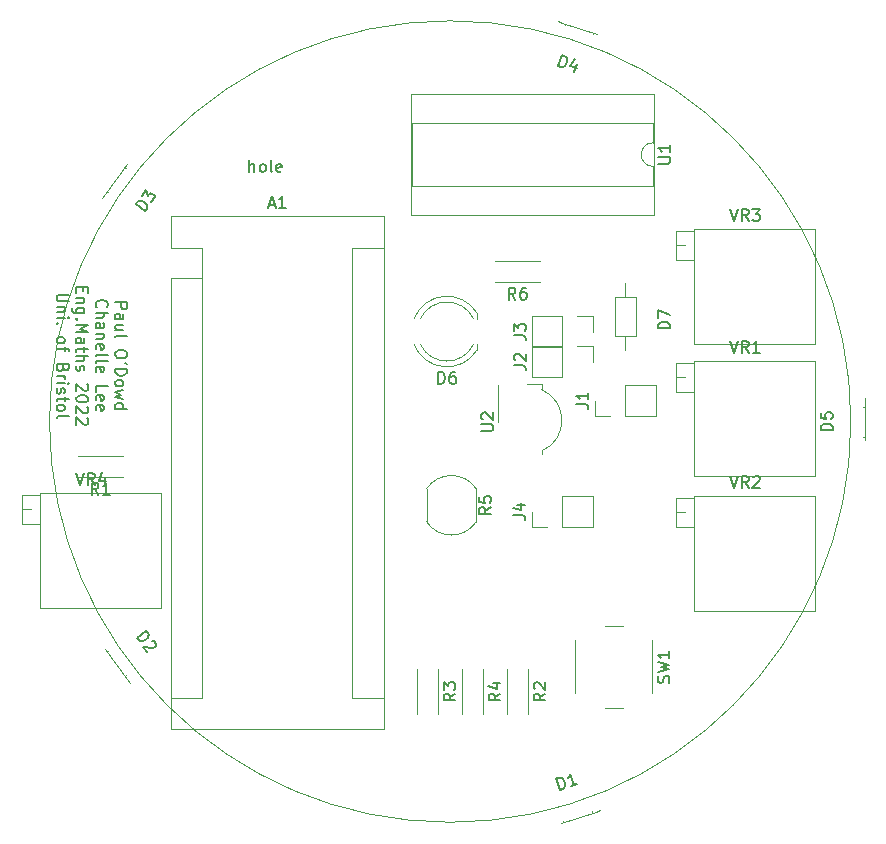
<source format=gbr>
G04 #@! TF.GenerationSoftware,KiCad,Pcbnew,(5.1.4)-1*
G04 #@! TF.CreationDate,2022-03-16T14:08:13+00:00*
G04 #@! TF.ProjectId,Swarm-B,53776172-6d2d-4422-9e6b-696361645f70,rev?*
G04 #@! TF.SameCoordinates,Original*
G04 #@! TF.FileFunction,Legend,Top*
G04 #@! TF.FilePolarity,Positive*
%FSLAX46Y46*%
G04 Gerber Fmt 4.6, Leading zero omitted, Abs format (unit mm)*
G04 Created by KiCad (PCBNEW (5.1.4)-1) date 2022-03-16 14:08:13*
%MOMM*%
%LPD*%
G04 APERTURE LIST*
%ADD10C,0.150000*%
%ADD11C,0.120000*%
G04 APERTURE END LIST*
D10*
X90414619Y-84146000D02*
X91414619Y-84146000D01*
X91414619Y-84526952D01*
X91367000Y-84622190D01*
X91319380Y-84669809D01*
X91224142Y-84717428D01*
X91081285Y-84717428D01*
X90986047Y-84669809D01*
X90938428Y-84622190D01*
X90890809Y-84526952D01*
X90890809Y-84146000D01*
X90414619Y-85574571D02*
X90938428Y-85574571D01*
X91033666Y-85526952D01*
X91081285Y-85431714D01*
X91081285Y-85241238D01*
X91033666Y-85146000D01*
X90462238Y-85574571D02*
X90414619Y-85479333D01*
X90414619Y-85241238D01*
X90462238Y-85146000D01*
X90557476Y-85098380D01*
X90652714Y-85098380D01*
X90747952Y-85146000D01*
X90795571Y-85241238D01*
X90795571Y-85479333D01*
X90843190Y-85574571D01*
X91081285Y-86479333D02*
X90414619Y-86479333D01*
X91081285Y-86050761D02*
X90557476Y-86050761D01*
X90462238Y-86098380D01*
X90414619Y-86193619D01*
X90414619Y-86336476D01*
X90462238Y-86431714D01*
X90509857Y-86479333D01*
X90414619Y-87098380D02*
X90462238Y-87003142D01*
X90557476Y-86955523D01*
X91414619Y-86955523D01*
X91414619Y-88431714D02*
X91414619Y-88622190D01*
X91367000Y-88717428D01*
X91271761Y-88812666D01*
X91081285Y-88860285D01*
X90747952Y-88860285D01*
X90557476Y-88812666D01*
X90462238Y-88717428D01*
X90414619Y-88622190D01*
X90414619Y-88431714D01*
X90462238Y-88336476D01*
X90557476Y-88241238D01*
X90747952Y-88193619D01*
X91081285Y-88193619D01*
X91271761Y-88241238D01*
X91367000Y-88336476D01*
X91414619Y-88431714D01*
X91414619Y-89336476D02*
X91224142Y-89241238D01*
X90414619Y-89765047D02*
X91414619Y-89765047D01*
X91414619Y-90003142D01*
X91367000Y-90146000D01*
X91271761Y-90241238D01*
X91176523Y-90288857D01*
X90986047Y-90336476D01*
X90843190Y-90336476D01*
X90652714Y-90288857D01*
X90557476Y-90241238D01*
X90462238Y-90146000D01*
X90414619Y-90003142D01*
X90414619Y-89765047D01*
X90414619Y-90907904D02*
X90462238Y-90812666D01*
X90509857Y-90765047D01*
X90605095Y-90717428D01*
X90890809Y-90717428D01*
X90986047Y-90765047D01*
X91033666Y-90812666D01*
X91081285Y-90907904D01*
X91081285Y-91050761D01*
X91033666Y-91146000D01*
X90986047Y-91193619D01*
X90890809Y-91241238D01*
X90605095Y-91241238D01*
X90509857Y-91193619D01*
X90462238Y-91146000D01*
X90414619Y-91050761D01*
X90414619Y-90907904D01*
X91081285Y-91574571D02*
X90414619Y-91765047D01*
X90890809Y-91955523D01*
X90414619Y-92146000D01*
X91081285Y-92336476D01*
X90414619Y-93146000D02*
X91414619Y-93146000D01*
X90462238Y-93146000D02*
X90414619Y-93050761D01*
X90414619Y-92860285D01*
X90462238Y-92765047D01*
X90509857Y-92717428D01*
X90605095Y-92669809D01*
X90890809Y-92669809D01*
X90986047Y-92717428D01*
X91033666Y-92765047D01*
X91081285Y-92860285D01*
X91081285Y-93050761D01*
X91033666Y-93146000D01*
X88859857Y-84574571D02*
X88812238Y-84526952D01*
X88764619Y-84384095D01*
X88764619Y-84288857D01*
X88812238Y-84146000D01*
X88907476Y-84050761D01*
X89002714Y-84003142D01*
X89193190Y-83955523D01*
X89336047Y-83955523D01*
X89526523Y-84003142D01*
X89621761Y-84050761D01*
X89717000Y-84146000D01*
X89764619Y-84288857D01*
X89764619Y-84384095D01*
X89717000Y-84526952D01*
X89669380Y-84574571D01*
X88764619Y-85003142D02*
X89764619Y-85003142D01*
X88764619Y-85431714D02*
X89288428Y-85431714D01*
X89383666Y-85384095D01*
X89431285Y-85288857D01*
X89431285Y-85146000D01*
X89383666Y-85050761D01*
X89336047Y-85003142D01*
X88764619Y-86336476D02*
X89288428Y-86336476D01*
X89383666Y-86288857D01*
X89431285Y-86193619D01*
X89431285Y-86003142D01*
X89383666Y-85907904D01*
X88812238Y-86336476D02*
X88764619Y-86241238D01*
X88764619Y-86003142D01*
X88812238Y-85907904D01*
X88907476Y-85860285D01*
X89002714Y-85860285D01*
X89097952Y-85907904D01*
X89145571Y-86003142D01*
X89145571Y-86241238D01*
X89193190Y-86336476D01*
X89431285Y-86812666D02*
X88764619Y-86812666D01*
X89336047Y-86812666D02*
X89383666Y-86860285D01*
X89431285Y-86955523D01*
X89431285Y-87098380D01*
X89383666Y-87193619D01*
X89288428Y-87241238D01*
X88764619Y-87241238D01*
X88812238Y-88098380D02*
X88764619Y-88003142D01*
X88764619Y-87812666D01*
X88812238Y-87717428D01*
X88907476Y-87669809D01*
X89288428Y-87669809D01*
X89383666Y-87717428D01*
X89431285Y-87812666D01*
X89431285Y-88003142D01*
X89383666Y-88098380D01*
X89288428Y-88146000D01*
X89193190Y-88146000D01*
X89097952Y-87669809D01*
X88764619Y-88717428D02*
X88812238Y-88622190D01*
X88907476Y-88574571D01*
X89764619Y-88574571D01*
X88764619Y-89241238D02*
X88812238Y-89145999D01*
X88907476Y-89098380D01*
X89764619Y-89098380D01*
X88812238Y-90003142D02*
X88764619Y-89907904D01*
X88764619Y-89717428D01*
X88812238Y-89622190D01*
X88907476Y-89574571D01*
X89288428Y-89574571D01*
X89383666Y-89622190D01*
X89431285Y-89717428D01*
X89431285Y-89907904D01*
X89383666Y-90003142D01*
X89288428Y-90050761D01*
X89193190Y-90050761D01*
X89097952Y-89574571D01*
X88764619Y-91717428D02*
X88764619Y-91241238D01*
X89764619Y-91241238D01*
X88812238Y-92431714D02*
X88764619Y-92336476D01*
X88764619Y-92145999D01*
X88812238Y-92050761D01*
X88907476Y-92003142D01*
X89288428Y-92003142D01*
X89383666Y-92050761D01*
X89431285Y-92145999D01*
X89431285Y-92336476D01*
X89383666Y-92431714D01*
X89288428Y-92479333D01*
X89193190Y-92479333D01*
X89097952Y-92003142D01*
X88812238Y-93288857D02*
X88764619Y-93193619D01*
X88764619Y-93003142D01*
X88812238Y-92907904D01*
X88907476Y-92860285D01*
X89288428Y-92860285D01*
X89383666Y-92907904D01*
X89431285Y-93003142D01*
X89431285Y-93193619D01*
X89383666Y-93288857D01*
X89288428Y-93336476D01*
X89193190Y-93336476D01*
X89097952Y-92860285D01*
X87638428Y-82836476D02*
X87638428Y-83169809D01*
X87114619Y-83312666D02*
X87114619Y-82836476D01*
X88114619Y-82836476D01*
X88114619Y-83312666D01*
X87781285Y-83741238D02*
X87114619Y-83741238D01*
X87686047Y-83741238D02*
X87733666Y-83788857D01*
X87781285Y-83884095D01*
X87781285Y-84026952D01*
X87733666Y-84122190D01*
X87638428Y-84169809D01*
X87114619Y-84169809D01*
X87781285Y-85074571D02*
X86971761Y-85074571D01*
X86876523Y-85026952D01*
X86828904Y-84979333D01*
X86781285Y-84884095D01*
X86781285Y-84741238D01*
X86828904Y-84646000D01*
X87162238Y-85074571D02*
X87114619Y-84979333D01*
X87114619Y-84788857D01*
X87162238Y-84693619D01*
X87209857Y-84646000D01*
X87305095Y-84598380D01*
X87590809Y-84598380D01*
X87686047Y-84646000D01*
X87733666Y-84693619D01*
X87781285Y-84788857D01*
X87781285Y-84979333D01*
X87733666Y-85074571D01*
X87209857Y-85550761D02*
X87162238Y-85598380D01*
X87114619Y-85550761D01*
X87162238Y-85503142D01*
X87209857Y-85550761D01*
X87114619Y-85550761D01*
X87114619Y-86026952D02*
X88114619Y-86026952D01*
X87400333Y-86360285D01*
X88114619Y-86693619D01*
X87114619Y-86693619D01*
X87114619Y-87598380D02*
X87638428Y-87598380D01*
X87733666Y-87550761D01*
X87781285Y-87455523D01*
X87781285Y-87265047D01*
X87733666Y-87169809D01*
X87162238Y-87598380D02*
X87114619Y-87503142D01*
X87114619Y-87265047D01*
X87162238Y-87169809D01*
X87257476Y-87122190D01*
X87352714Y-87122190D01*
X87447952Y-87169809D01*
X87495571Y-87265047D01*
X87495571Y-87503142D01*
X87543190Y-87598380D01*
X87781285Y-87931714D02*
X87781285Y-88312666D01*
X88114619Y-88074571D02*
X87257476Y-88074571D01*
X87162238Y-88122190D01*
X87114619Y-88217428D01*
X87114619Y-88312666D01*
X87114619Y-88646000D02*
X88114619Y-88646000D01*
X87114619Y-89074571D02*
X87638428Y-89074571D01*
X87733666Y-89026952D01*
X87781285Y-88931714D01*
X87781285Y-88788857D01*
X87733666Y-88693619D01*
X87686047Y-88646000D01*
X87162238Y-89503142D02*
X87114619Y-89598380D01*
X87114619Y-89788857D01*
X87162238Y-89884095D01*
X87257476Y-89931714D01*
X87305095Y-89931714D01*
X87400333Y-89884095D01*
X87447952Y-89788857D01*
X87447952Y-89646000D01*
X87495571Y-89550761D01*
X87590809Y-89503142D01*
X87638428Y-89503142D01*
X87733666Y-89550761D01*
X87781285Y-89646000D01*
X87781285Y-89788857D01*
X87733666Y-89884095D01*
X88019380Y-91074571D02*
X88067000Y-91122190D01*
X88114619Y-91217428D01*
X88114619Y-91455523D01*
X88067000Y-91550761D01*
X88019380Y-91598380D01*
X87924142Y-91646000D01*
X87828904Y-91646000D01*
X87686047Y-91598380D01*
X87114619Y-91026952D01*
X87114619Y-91646000D01*
X88114619Y-92265047D02*
X88114619Y-92360285D01*
X88067000Y-92455523D01*
X88019380Y-92503142D01*
X87924142Y-92550761D01*
X87733666Y-92598380D01*
X87495571Y-92598380D01*
X87305095Y-92550761D01*
X87209857Y-92503142D01*
X87162238Y-92455523D01*
X87114619Y-92360285D01*
X87114619Y-92265047D01*
X87162238Y-92169809D01*
X87209857Y-92122190D01*
X87305095Y-92074571D01*
X87495571Y-92026952D01*
X87733666Y-92026952D01*
X87924142Y-92074571D01*
X88019380Y-92122190D01*
X88067000Y-92169809D01*
X88114619Y-92265047D01*
X88019380Y-92979333D02*
X88067000Y-93026952D01*
X88114619Y-93122190D01*
X88114619Y-93360285D01*
X88067000Y-93455523D01*
X88019380Y-93503142D01*
X87924142Y-93550761D01*
X87828904Y-93550761D01*
X87686047Y-93503142D01*
X87114619Y-92931714D01*
X87114619Y-93550761D01*
X88019380Y-93931714D02*
X88067000Y-93979333D01*
X88114619Y-94074571D01*
X88114619Y-94312666D01*
X88067000Y-94407904D01*
X88019380Y-94455523D01*
X87924142Y-94503142D01*
X87828904Y-94503142D01*
X87686047Y-94455523D01*
X87114619Y-93884095D01*
X87114619Y-94503142D01*
X86464619Y-83479333D02*
X85655095Y-83479333D01*
X85559857Y-83526952D01*
X85512238Y-83574571D01*
X85464619Y-83669809D01*
X85464619Y-83860285D01*
X85512238Y-83955523D01*
X85559857Y-84003142D01*
X85655095Y-84050761D01*
X86464619Y-84050761D01*
X86131285Y-84526952D02*
X85464619Y-84526952D01*
X86036047Y-84526952D02*
X86083666Y-84574571D01*
X86131285Y-84669809D01*
X86131285Y-84812666D01*
X86083666Y-84907904D01*
X85988428Y-84955523D01*
X85464619Y-84955523D01*
X85464619Y-85431714D02*
X86131285Y-85431714D01*
X86464619Y-85431714D02*
X86417000Y-85384095D01*
X86369380Y-85431714D01*
X86417000Y-85479333D01*
X86464619Y-85431714D01*
X86369380Y-85431714D01*
X85559857Y-85907904D02*
X85512238Y-85955523D01*
X85464619Y-85907904D01*
X85512238Y-85860285D01*
X85559857Y-85907904D01*
X85464619Y-85907904D01*
X85464619Y-87288857D02*
X85512238Y-87193619D01*
X85559857Y-87146000D01*
X85655095Y-87098380D01*
X85940809Y-87098380D01*
X86036047Y-87146000D01*
X86083666Y-87193619D01*
X86131285Y-87288857D01*
X86131285Y-87431714D01*
X86083666Y-87526952D01*
X86036047Y-87574571D01*
X85940809Y-87622190D01*
X85655095Y-87622190D01*
X85559857Y-87574571D01*
X85512238Y-87526952D01*
X85464619Y-87431714D01*
X85464619Y-87288857D01*
X86131285Y-87907904D02*
X86131285Y-88288857D01*
X85464619Y-88050761D02*
X86321761Y-88050761D01*
X86417000Y-88098380D01*
X86464619Y-88193619D01*
X86464619Y-88288857D01*
X85988428Y-89717428D02*
X85940809Y-89860285D01*
X85893190Y-89907904D01*
X85797952Y-89955523D01*
X85655095Y-89955523D01*
X85559857Y-89907904D01*
X85512238Y-89860285D01*
X85464619Y-89765047D01*
X85464619Y-89384095D01*
X86464619Y-89384095D01*
X86464619Y-89717428D01*
X86417000Y-89812666D01*
X86369380Y-89860285D01*
X86274142Y-89907904D01*
X86178904Y-89907904D01*
X86083666Y-89860285D01*
X86036047Y-89812666D01*
X85988428Y-89717428D01*
X85988428Y-89384095D01*
X85464619Y-90384095D02*
X86131285Y-90384095D01*
X85940809Y-90384095D02*
X86036047Y-90431714D01*
X86083666Y-90479333D01*
X86131285Y-90574571D01*
X86131285Y-90669809D01*
X85464619Y-91003142D02*
X86131285Y-91003142D01*
X86464619Y-91003142D02*
X86417000Y-90955523D01*
X86369380Y-91003142D01*
X86417000Y-91050761D01*
X86464619Y-91003142D01*
X86369380Y-91003142D01*
X85512238Y-91431714D02*
X85464619Y-91526952D01*
X85464619Y-91717428D01*
X85512238Y-91812666D01*
X85607476Y-91860285D01*
X85655095Y-91860285D01*
X85750333Y-91812666D01*
X85797952Y-91717428D01*
X85797952Y-91574571D01*
X85845571Y-91479333D01*
X85940809Y-91431714D01*
X85988428Y-91431714D01*
X86083666Y-91479333D01*
X86131285Y-91574571D01*
X86131285Y-91717428D01*
X86083666Y-91812666D01*
X86131285Y-92146000D02*
X86131285Y-92526952D01*
X86464619Y-92288857D02*
X85607476Y-92288857D01*
X85512238Y-92336476D01*
X85464619Y-92431714D01*
X85464619Y-92526952D01*
X85464619Y-93003142D02*
X85512238Y-92907904D01*
X85559857Y-92860285D01*
X85655095Y-92812666D01*
X85940809Y-92812666D01*
X86036047Y-92860285D01*
X86083666Y-92907904D01*
X86131285Y-93003142D01*
X86131285Y-93146000D01*
X86083666Y-93241238D01*
X86036047Y-93288857D01*
X85940809Y-93336476D01*
X85655095Y-93336476D01*
X85559857Y-93288857D01*
X85512238Y-93241238D01*
X85464619Y-93146000D01*
X85464619Y-93003142D01*
X85464619Y-93907904D02*
X85512238Y-93812666D01*
X85607476Y-93765047D01*
X86464619Y-93765047D01*
D11*
X152689769Y-94234000D02*
G75*
G03X152689769Y-94234000I-33925775J0D01*
G01*
X82499000Y-101661000D02*
X83258000Y-101661000D01*
X84018000Y-100447000D02*
X84018000Y-102876000D01*
X82499000Y-100447000D02*
X82499000Y-102876000D01*
X82499000Y-102876000D02*
X84018000Y-102876000D01*
X82499000Y-100447000D02*
X84018000Y-100447000D01*
X94289000Y-100271000D02*
X94289000Y-110041000D01*
X84019000Y-100271000D02*
X84019000Y-110041000D01*
X84019000Y-110041000D02*
X94289000Y-110041000D01*
X84019000Y-100271000D02*
X94289000Y-100271000D01*
X128474055Y-60671956D02*
X128474055Y-60671956D01*
X128514227Y-60548318D02*
X128474055Y-60671956D01*
X128514227Y-60548318D02*
X128514227Y-60548318D01*
X128474055Y-60671956D02*
X128514227Y-60548318D01*
X130889738Y-61456859D02*
X130889738Y-61456859D01*
X130929911Y-61333222D02*
X130889738Y-61456859D01*
X130929911Y-61333222D02*
X130929911Y-61333222D01*
X130889738Y-61456859D02*
X130929911Y-61333222D01*
X128238421Y-60458704D02*
X127857998Y-60335097D01*
X131205717Y-61422837D02*
X128238421Y-60458704D01*
X89804262Y-74803192D02*
X89804262Y-74803192D01*
X89699090Y-74726780D02*
X89804262Y-74803192D01*
X89699090Y-74726780D02*
X89699090Y-74726780D01*
X89804262Y-74803192D02*
X89699090Y-74726780D01*
X91297237Y-72748289D02*
X91297237Y-72748289D01*
X91192064Y-72671877D02*
X91297237Y-72748289D01*
X91192064Y-72671877D02*
X91192064Y-72671877D01*
X91297237Y-72748289D02*
X91192064Y-72671877D01*
X89528632Y-74961395D02*
X89293518Y-75285002D01*
X91362522Y-72437262D02*
X89528632Y-74961395D01*
X91328261Y-115696808D02*
X91328261Y-115696808D01*
X91223089Y-115773220D02*
X91328261Y-115696808D01*
X91223089Y-115773220D02*
X91223089Y-115773220D01*
X91328261Y-115696808D02*
X91223089Y-115773220D01*
X89835287Y-113641905D02*
X89835287Y-113641905D01*
X89730114Y-113718317D02*
X89835287Y-113641905D01*
X89730114Y-113718317D02*
X89730114Y-113718317D01*
X89835287Y-113641905D02*
X89730114Y-113718317D01*
X91393547Y-116007835D02*
X91628661Y-116331442D01*
X89559657Y-113483702D02*
X91393547Y-116007835D01*
X130765422Y-127242238D02*
X130765422Y-127242238D01*
X130805594Y-127365875D02*
X130765422Y-127242238D01*
X130805594Y-127365875D02*
X130805594Y-127365875D01*
X130765422Y-127242238D02*
X130805594Y-127365875D01*
X128349738Y-128027141D02*
X128349738Y-128027141D01*
X128389911Y-128150778D02*
X128349738Y-128027141D01*
X128389911Y-128150778D02*
X128389911Y-128150778D01*
X128349738Y-128027141D02*
X128389911Y-128150778D01*
X131081401Y-127276260D02*
X131461823Y-127152653D01*
X128114104Y-128240393D02*
X131081401Y-127276260D01*
X153734000Y-92964000D02*
X153734000Y-92964000D01*
X153864000Y-92964000D02*
X153734000Y-92964000D01*
X153864000Y-92964000D02*
X153864000Y-92964000D01*
X153734000Y-92964000D02*
X153864000Y-92964000D01*
X153734000Y-95504000D02*
X153734000Y-95504000D01*
X153864000Y-95504000D02*
X153734000Y-95504000D01*
X153864000Y-95504000D02*
X153864000Y-95504000D01*
X153734000Y-95504000D02*
X153864000Y-95504000D01*
X153864000Y-92674000D02*
X153864000Y-92274000D01*
X153864000Y-95794000D02*
X153864000Y-92674000D01*
X130870000Y-103184000D02*
X130870000Y-100524000D01*
X128270000Y-103184000D02*
X130870000Y-103184000D01*
X128270000Y-100524000D02*
X130870000Y-100524000D01*
X128270000Y-103184000D02*
X128270000Y-100524000D01*
X127000000Y-103184000D02*
X125670000Y-103184000D01*
X125670000Y-103184000D02*
X125670000Y-101854000D01*
X133604000Y-82524000D02*
X133604000Y-83704000D01*
X133604000Y-88164000D02*
X133604000Y-86984000D01*
X132684000Y-83704000D02*
X132684000Y-86984000D01*
X134524000Y-83704000D02*
X132684000Y-83704000D01*
X134524000Y-86984000D02*
X134524000Y-83704000D01*
X132684000Y-86984000D02*
X134524000Y-86984000D01*
X120981242Y-99935963D02*
G75*
G03X116772000Y-99922000I-2109242J-1386037D01*
G01*
X116762758Y-102708037D02*
G75*
G03X120972000Y-102722000I2109242J1386037D01*
G01*
X120972000Y-99922000D02*
X120972000Y-102722000D01*
X116772000Y-99922000D02*
X116772000Y-102722000D01*
X130870000Y-85284000D02*
X130870000Y-86614000D01*
X129540000Y-85284000D02*
X130870000Y-85284000D01*
X128270000Y-85284000D02*
X128270000Y-87944000D01*
X128270000Y-87944000D02*
X125670000Y-87944000D01*
X128270000Y-85284000D02*
X125670000Y-85284000D01*
X125670000Y-85284000D02*
X125670000Y-87944000D01*
X130870000Y-87824000D02*
X130870000Y-89154000D01*
X129540000Y-87824000D02*
X130870000Y-87824000D01*
X128270000Y-87824000D02*
X128270000Y-90484000D01*
X128270000Y-90484000D02*
X125670000Y-90484000D01*
X128270000Y-87824000D02*
X125670000Y-87824000D01*
X125670000Y-87824000D02*
X125670000Y-90484000D01*
X131004000Y-93786000D02*
X131004000Y-92456000D01*
X132334000Y-93786000D02*
X131004000Y-93786000D01*
X133604000Y-93786000D02*
X133604000Y-91126000D01*
X133604000Y-91126000D02*
X136204000Y-91126000D01*
X133604000Y-93786000D02*
X136204000Y-93786000D01*
X136204000Y-93786000D02*
X136204000Y-91126000D01*
X121051000Y-85534000D02*
X121051000Y-85069000D01*
X121051000Y-88159000D02*
X121051000Y-87694000D01*
X116236521Y-85533571D02*
G75*
G02X120745684Y-85534000I2254479J-1080429D01*
G01*
X116236521Y-87694429D02*
G75*
G03X120745684Y-87694000I2254479J1080429D01*
G01*
X115703185Y-85533173D02*
G75*
G02X121051000Y-85069170I2787815J-1080827D01*
G01*
X115703185Y-87694827D02*
G75*
G03X121051000Y-88158830I2787815J1080827D01*
G01*
X137871000Y-79309000D02*
X138630000Y-79309000D01*
X139390000Y-78095000D02*
X139390000Y-80524000D01*
X137871000Y-78095000D02*
X137871000Y-80524000D01*
X137871000Y-80524000D02*
X139390000Y-80524000D01*
X137871000Y-78095000D02*
X139390000Y-78095000D01*
X149661000Y-77919000D02*
X149661000Y-87689000D01*
X139391000Y-77919000D02*
X139391000Y-87689000D01*
X139391000Y-87689000D02*
X149661000Y-87689000D01*
X139391000Y-77919000D02*
X149661000Y-77919000D01*
X137871000Y-101915000D02*
X138630000Y-101915000D01*
X139390000Y-100701000D02*
X139390000Y-103130000D01*
X137871000Y-100701000D02*
X137871000Y-103130000D01*
X137871000Y-103130000D02*
X139390000Y-103130000D01*
X137871000Y-100701000D02*
X139390000Y-100701000D01*
X149661000Y-100525000D02*
X149661000Y-110295000D01*
X139391000Y-100525000D02*
X139391000Y-110295000D01*
X139391000Y-110295000D02*
X149661000Y-110295000D01*
X139391000Y-100525000D02*
X149661000Y-100525000D01*
X137871000Y-90485000D02*
X138630000Y-90485000D01*
X139390000Y-89271000D02*
X139390000Y-91700000D01*
X137871000Y-89271000D02*
X137871000Y-91700000D01*
X137871000Y-91700000D02*
X139390000Y-91700000D01*
X137871000Y-89271000D02*
X139390000Y-89271000D01*
X149661000Y-89095000D02*
X149661000Y-98865000D01*
X139391000Y-89095000D02*
X139391000Y-98865000D01*
X139391000Y-98865000D02*
X149661000Y-98865000D01*
X139391000Y-89095000D02*
X149661000Y-89095000D01*
X126506000Y-96734000D02*
X126506000Y-96954000D01*
X126506000Y-96734000D02*
G75*
G03X126506000Y-91534000I-1100000J2600000D01*
G01*
X122846000Y-91154000D02*
X122846000Y-94234000D01*
X126506000Y-91074000D02*
X126506000Y-91534000D01*
X126506000Y-91074000D02*
X125306000Y-91074000D01*
X136010000Y-76768000D02*
X136010000Y-66488000D01*
X115450000Y-76768000D02*
X136010000Y-76768000D01*
X115450000Y-66488000D02*
X115450000Y-76768000D01*
X136010000Y-66488000D02*
X115450000Y-66488000D01*
X135950000Y-74278000D02*
X135950000Y-72628000D01*
X115510000Y-74278000D02*
X135950000Y-74278000D01*
X115510000Y-68978000D02*
X115510000Y-74278000D01*
X135950000Y-68978000D02*
X115510000Y-68978000D01*
X135950000Y-70628000D02*
X135950000Y-68978000D01*
X135950000Y-72628000D02*
G75*
G02X135950000Y-70628000I0J1000000D01*
G01*
X113160000Y-76832000D02*
X95120000Y-76832000D01*
X113160000Y-120272000D02*
X113160000Y-76832000D01*
X95120000Y-120272000D02*
X113160000Y-120272000D01*
X97790000Y-117602000D02*
X95120000Y-117602000D01*
X97790000Y-82042000D02*
X97790000Y-117602000D01*
X97790000Y-82042000D02*
X95120000Y-82042000D01*
X110490000Y-117602000D02*
X113160000Y-117602000D01*
X110490000Y-79502000D02*
X110490000Y-117602000D01*
X110490000Y-79502000D02*
X113160000Y-79502000D01*
X95120000Y-76832000D02*
X95120000Y-79502000D01*
X95120000Y-82042000D02*
X95120000Y-120272000D01*
X97790000Y-79502000D02*
X95120000Y-79502000D01*
X97790000Y-82042000D02*
X97790000Y-79502000D01*
X91074000Y-97124000D02*
X87234000Y-97124000D01*
X91074000Y-98964000D02*
X87234000Y-98964000D01*
X125380000Y-115174000D02*
X125380000Y-119014000D01*
X123540000Y-115174000D02*
X123540000Y-119014000D01*
X115920000Y-115174000D02*
X115920000Y-119014000D01*
X117760000Y-115174000D02*
X117760000Y-119014000D01*
X121570000Y-115174000D02*
X121570000Y-119014000D01*
X119730000Y-115174000D02*
X119730000Y-119014000D01*
X126380000Y-82454000D02*
X122540000Y-82454000D01*
X126380000Y-80614000D02*
X122540000Y-80614000D01*
X129374000Y-112760000D02*
X129374000Y-117260000D01*
X133374000Y-111510000D02*
X131874000Y-111510000D01*
X135874000Y-117260000D02*
X135874000Y-112760000D01*
X131874000Y-118510000D02*
X133374000Y-118510000D01*
D10*
X87084476Y-98593380D02*
X87417809Y-99593380D01*
X87751142Y-98593380D01*
X88655904Y-99593380D02*
X88322571Y-99117190D01*
X88084476Y-99593380D02*
X88084476Y-98593380D01*
X88465428Y-98593380D01*
X88560666Y-98641000D01*
X88608285Y-98688619D01*
X88655904Y-98783857D01*
X88655904Y-98926714D01*
X88608285Y-99021952D01*
X88560666Y-99069571D01*
X88465428Y-99117190D01*
X88084476Y-99117190D01*
X89513047Y-98926714D02*
X89513047Y-99593380D01*
X89274952Y-98545761D02*
X89036857Y-99260047D01*
X89655904Y-99260047D01*
X101766857Y-73096380D02*
X101766857Y-72096380D01*
X102195428Y-73096380D02*
X102195428Y-72572571D01*
X102147809Y-72477333D01*
X102052571Y-72429714D01*
X101909714Y-72429714D01*
X101814476Y-72477333D01*
X101766857Y-72524952D01*
X102814476Y-73096380D02*
X102719238Y-73048761D01*
X102671619Y-73001142D01*
X102624000Y-72905904D01*
X102624000Y-72620190D01*
X102671619Y-72524952D01*
X102719238Y-72477333D01*
X102814476Y-72429714D01*
X102957333Y-72429714D01*
X103052571Y-72477333D01*
X103100190Y-72524952D01*
X103147809Y-72620190D01*
X103147809Y-72905904D01*
X103100190Y-73001142D01*
X103052571Y-73048761D01*
X102957333Y-73096380D01*
X102814476Y-73096380D01*
X103719238Y-73096380D02*
X103624000Y-73048761D01*
X103576380Y-72953523D01*
X103576380Y-72096380D01*
X104481142Y-73048761D02*
X104385904Y-73096380D01*
X104195428Y-73096380D01*
X104100190Y-73048761D01*
X104052571Y-72953523D01*
X104052571Y-72572571D01*
X104100190Y-72477333D01*
X104195428Y-72429714D01*
X104385904Y-72429714D01*
X104481142Y-72477333D01*
X104528761Y-72572571D01*
X104528761Y-72667809D01*
X104052571Y-72763047D01*
X127900721Y-64157774D02*
X128209738Y-63206718D01*
X128436180Y-63280293D01*
X128557330Y-63369727D01*
X128618477Y-63489734D01*
X128634335Y-63595026D01*
X128620763Y-63790895D01*
X128576618Y-63926760D01*
X128472469Y-64093198D01*
X128397750Y-64169060D01*
X128277743Y-64230207D01*
X128127163Y-64231350D01*
X127900721Y-64157774D01*
X129465384Y-63965190D02*
X129259373Y-64599227D01*
X129356663Y-63529307D02*
X128909495Y-64135057D01*
X129498244Y-64326354D01*
X92942303Y-76425642D02*
X92133286Y-75837857D01*
X92273235Y-75645234D01*
X92395729Y-75557650D01*
X92528757Y-75536580D01*
X92633796Y-75554035D01*
X92815885Y-75627469D01*
X92931459Y-75711439D01*
X93057567Y-75861922D01*
X93106627Y-75956426D01*
X93127696Y-76089455D01*
X93082252Y-76233019D01*
X92942303Y-76425642D01*
X92665092Y-75105889D02*
X93028959Y-74605069D01*
X93141227Y-75098659D01*
X93225197Y-74983086D01*
X93319701Y-74934026D01*
X93386215Y-74923491D01*
X93491254Y-74940946D01*
X93683877Y-75080895D01*
X93732937Y-75175399D01*
X93743471Y-75241914D01*
X93726017Y-75346953D01*
X93558078Y-75578100D01*
X93463574Y-75627160D01*
X93397059Y-75637695D01*
X92241360Y-112551260D02*
X93050377Y-111963475D01*
X93190326Y-112156098D01*
X93235771Y-112299661D01*
X93214701Y-112432690D01*
X93165642Y-112527194D01*
X93039533Y-112677678D01*
X92923959Y-112761647D01*
X92741871Y-112835082D01*
X92636832Y-112852537D01*
X92503803Y-112831467D01*
X92381309Y-112743883D01*
X92241360Y-112551260D01*
X93533123Y-112789946D02*
X93599638Y-112800481D01*
X93694142Y-112849541D01*
X93834091Y-113042164D01*
X93851546Y-113147203D01*
X93841011Y-113213717D01*
X93791951Y-113308221D01*
X93714902Y-113364201D01*
X93571339Y-113409646D01*
X92773166Y-113283228D01*
X93137033Y-113784048D01*
X128055991Y-125401801D02*
X127746974Y-124450745D01*
X127973416Y-124377169D01*
X128123996Y-124378312D01*
X128244003Y-124439459D01*
X128318722Y-124515321D01*
X128422870Y-124681759D01*
X128467016Y-124817625D01*
X128480588Y-125013493D01*
X128464729Y-125118785D01*
X128403583Y-125238792D01*
X128282433Y-125328226D01*
X128055991Y-125401801D01*
X129505220Y-124930918D02*
X128961759Y-125107499D01*
X129233489Y-125019209D02*
X128924472Y-124068152D01*
X128878041Y-124233448D01*
X128816894Y-124353455D01*
X128741032Y-124428173D01*
X151146380Y-94972095D02*
X150146380Y-94972095D01*
X150146380Y-94734000D01*
X150194000Y-94591142D01*
X150289238Y-94495904D01*
X150384476Y-94448285D01*
X150574952Y-94400666D01*
X150717809Y-94400666D01*
X150908285Y-94448285D01*
X151003523Y-94495904D01*
X151098761Y-94591142D01*
X151146380Y-94734000D01*
X151146380Y-94972095D01*
X150146380Y-93495904D02*
X150146380Y-93972095D01*
X150622571Y-94019714D01*
X150574952Y-93972095D01*
X150527333Y-93876857D01*
X150527333Y-93638761D01*
X150574952Y-93543523D01*
X150622571Y-93495904D01*
X150717809Y-93448285D01*
X150955904Y-93448285D01*
X151051142Y-93495904D01*
X151098761Y-93543523D01*
X151146380Y-93638761D01*
X151146380Y-93876857D01*
X151098761Y-93972095D01*
X151051142Y-94019714D01*
X124122380Y-102187333D02*
X124836666Y-102187333D01*
X124979523Y-102234952D01*
X125074761Y-102330190D01*
X125122380Y-102473047D01*
X125122380Y-102568285D01*
X124455714Y-101282571D02*
X125122380Y-101282571D01*
X124074761Y-101520666D02*
X124789047Y-101758761D01*
X124789047Y-101139714D01*
X137358380Y-86336095D02*
X136358380Y-86336095D01*
X136358380Y-86098000D01*
X136406000Y-85955142D01*
X136501238Y-85859904D01*
X136596476Y-85812285D01*
X136786952Y-85764666D01*
X136929809Y-85764666D01*
X137120285Y-85812285D01*
X137215523Y-85859904D01*
X137310761Y-85955142D01*
X137358380Y-86098000D01*
X137358380Y-86336095D01*
X136358380Y-85431333D02*
X136358380Y-84764666D01*
X137358380Y-85193238D01*
X122224380Y-101488666D02*
X121748190Y-101822000D01*
X122224380Y-102060095D02*
X121224380Y-102060095D01*
X121224380Y-101679142D01*
X121272000Y-101583904D01*
X121319619Y-101536285D01*
X121414857Y-101488666D01*
X121557714Y-101488666D01*
X121652952Y-101536285D01*
X121700571Y-101583904D01*
X121748190Y-101679142D01*
X121748190Y-102060095D01*
X121224380Y-100583904D02*
X121224380Y-101060095D01*
X121700571Y-101107714D01*
X121652952Y-101060095D01*
X121605333Y-100964857D01*
X121605333Y-100726761D01*
X121652952Y-100631523D01*
X121700571Y-100583904D01*
X121795809Y-100536285D01*
X122033904Y-100536285D01*
X122129142Y-100583904D01*
X122176761Y-100631523D01*
X122224380Y-100726761D01*
X122224380Y-100964857D01*
X122176761Y-101060095D01*
X122129142Y-101107714D01*
X124166380Y-86947333D02*
X124880666Y-86947333D01*
X125023523Y-86994952D01*
X125118761Y-87090190D01*
X125166380Y-87233047D01*
X125166380Y-87328285D01*
X124166380Y-86566380D02*
X124166380Y-85947333D01*
X124547333Y-86280666D01*
X124547333Y-86137809D01*
X124594952Y-86042571D01*
X124642571Y-85994952D01*
X124737809Y-85947333D01*
X124975904Y-85947333D01*
X125071142Y-85994952D01*
X125118761Y-86042571D01*
X125166380Y-86137809D01*
X125166380Y-86423523D01*
X125118761Y-86518761D01*
X125071142Y-86566380D01*
X124166380Y-89487333D02*
X124880666Y-89487333D01*
X125023523Y-89534952D01*
X125118761Y-89630190D01*
X125166380Y-89773047D01*
X125166380Y-89868285D01*
X124261619Y-89058761D02*
X124214000Y-89011142D01*
X124166380Y-88915904D01*
X124166380Y-88677809D01*
X124214000Y-88582571D01*
X124261619Y-88534952D01*
X124356857Y-88487333D01*
X124452095Y-88487333D01*
X124594952Y-88534952D01*
X125166380Y-89106380D01*
X125166380Y-88487333D01*
X129456380Y-92789333D02*
X130170666Y-92789333D01*
X130313523Y-92836952D01*
X130408761Y-92932190D01*
X130456380Y-93075047D01*
X130456380Y-93170285D01*
X130456380Y-91789333D02*
X130456380Y-92360761D01*
X130456380Y-92075047D02*
X129456380Y-92075047D01*
X129599238Y-92170285D01*
X129694476Y-92265523D01*
X129742095Y-92360761D01*
X117752904Y-91026380D02*
X117752904Y-90026380D01*
X117991000Y-90026380D01*
X118133857Y-90074000D01*
X118229095Y-90169238D01*
X118276714Y-90264476D01*
X118324333Y-90454952D01*
X118324333Y-90597809D01*
X118276714Y-90788285D01*
X118229095Y-90883523D01*
X118133857Y-90978761D01*
X117991000Y-91026380D01*
X117752904Y-91026380D01*
X119181476Y-90026380D02*
X118991000Y-90026380D01*
X118895761Y-90074000D01*
X118848142Y-90121619D01*
X118752904Y-90264476D01*
X118705285Y-90454952D01*
X118705285Y-90835904D01*
X118752904Y-90931142D01*
X118800523Y-90978761D01*
X118895761Y-91026380D01*
X119086238Y-91026380D01*
X119181476Y-90978761D01*
X119229095Y-90931142D01*
X119276714Y-90835904D01*
X119276714Y-90597809D01*
X119229095Y-90502571D01*
X119181476Y-90454952D01*
X119086238Y-90407333D01*
X118895761Y-90407333D01*
X118800523Y-90454952D01*
X118752904Y-90502571D01*
X118705285Y-90597809D01*
X142456476Y-76241380D02*
X142789809Y-77241380D01*
X143123142Y-76241380D01*
X144027904Y-77241380D02*
X143694571Y-76765190D01*
X143456476Y-77241380D02*
X143456476Y-76241380D01*
X143837428Y-76241380D01*
X143932666Y-76289000D01*
X143980285Y-76336619D01*
X144027904Y-76431857D01*
X144027904Y-76574714D01*
X143980285Y-76669952D01*
X143932666Y-76717571D01*
X143837428Y-76765190D01*
X143456476Y-76765190D01*
X144361238Y-76241380D02*
X144980285Y-76241380D01*
X144646952Y-76622333D01*
X144789809Y-76622333D01*
X144885047Y-76669952D01*
X144932666Y-76717571D01*
X144980285Y-76812809D01*
X144980285Y-77050904D01*
X144932666Y-77146142D01*
X144885047Y-77193761D01*
X144789809Y-77241380D01*
X144504095Y-77241380D01*
X144408857Y-77193761D01*
X144361238Y-77146142D01*
X142456476Y-98847380D02*
X142789809Y-99847380D01*
X143123142Y-98847380D01*
X144027904Y-99847380D02*
X143694571Y-99371190D01*
X143456476Y-99847380D02*
X143456476Y-98847380D01*
X143837428Y-98847380D01*
X143932666Y-98895000D01*
X143980285Y-98942619D01*
X144027904Y-99037857D01*
X144027904Y-99180714D01*
X143980285Y-99275952D01*
X143932666Y-99323571D01*
X143837428Y-99371190D01*
X143456476Y-99371190D01*
X144408857Y-98942619D02*
X144456476Y-98895000D01*
X144551714Y-98847380D01*
X144789809Y-98847380D01*
X144885047Y-98895000D01*
X144932666Y-98942619D01*
X144980285Y-99037857D01*
X144980285Y-99133095D01*
X144932666Y-99275952D01*
X144361238Y-99847380D01*
X144980285Y-99847380D01*
X142456476Y-87417380D02*
X142789809Y-88417380D01*
X143123142Y-87417380D01*
X144027904Y-88417380D02*
X143694571Y-87941190D01*
X143456476Y-88417380D02*
X143456476Y-87417380D01*
X143837428Y-87417380D01*
X143932666Y-87465000D01*
X143980285Y-87512619D01*
X144027904Y-87607857D01*
X144027904Y-87750714D01*
X143980285Y-87845952D01*
X143932666Y-87893571D01*
X143837428Y-87941190D01*
X143456476Y-87941190D01*
X144980285Y-88417380D02*
X144408857Y-88417380D01*
X144694571Y-88417380D02*
X144694571Y-87417380D01*
X144599333Y-87560238D01*
X144504095Y-87655476D01*
X144408857Y-87703095D01*
X121408380Y-95035904D02*
X122217904Y-95035904D01*
X122313142Y-94988285D01*
X122360761Y-94940666D01*
X122408380Y-94845428D01*
X122408380Y-94654952D01*
X122360761Y-94559714D01*
X122313142Y-94512095D01*
X122217904Y-94464476D01*
X121408380Y-94464476D01*
X121503619Y-94035904D02*
X121456000Y-93988285D01*
X121408380Y-93893047D01*
X121408380Y-93654952D01*
X121456000Y-93559714D01*
X121503619Y-93512095D01*
X121598857Y-93464476D01*
X121694095Y-93464476D01*
X121836952Y-93512095D01*
X122408380Y-94083523D01*
X122408380Y-93464476D01*
X136402380Y-72389904D02*
X137211904Y-72389904D01*
X137307142Y-72342285D01*
X137354761Y-72294666D01*
X137402380Y-72199428D01*
X137402380Y-72008952D01*
X137354761Y-71913714D01*
X137307142Y-71866095D01*
X137211904Y-71818476D01*
X136402380Y-71818476D01*
X137402380Y-70818476D02*
X137402380Y-71389904D01*
X137402380Y-71104190D02*
X136402380Y-71104190D01*
X136545238Y-71199428D01*
X136640476Y-71294666D01*
X136688095Y-71389904D01*
X103425714Y-75858666D02*
X103901904Y-75858666D01*
X103330476Y-76144380D02*
X103663809Y-75144380D01*
X103997142Y-76144380D01*
X104854285Y-76144380D02*
X104282857Y-76144380D01*
X104568571Y-76144380D02*
X104568571Y-75144380D01*
X104473333Y-75287238D01*
X104378095Y-75382476D01*
X104282857Y-75430095D01*
X88987333Y-100416380D02*
X88654000Y-99940190D01*
X88415904Y-100416380D02*
X88415904Y-99416380D01*
X88796857Y-99416380D01*
X88892095Y-99464000D01*
X88939714Y-99511619D01*
X88987333Y-99606857D01*
X88987333Y-99749714D01*
X88939714Y-99844952D01*
X88892095Y-99892571D01*
X88796857Y-99940190D01*
X88415904Y-99940190D01*
X89939714Y-100416380D02*
X89368285Y-100416380D01*
X89654000Y-100416380D02*
X89654000Y-99416380D01*
X89558761Y-99559238D01*
X89463523Y-99654476D01*
X89368285Y-99702095D01*
X126832380Y-117260666D02*
X126356190Y-117594000D01*
X126832380Y-117832095D02*
X125832380Y-117832095D01*
X125832380Y-117451142D01*
X125880000Y-117355904D01*
X125927619Y-117308285D01*
X126022857Y-117260666D01*
X126165714Y-117260666D01*
X126260952Y-117308285D01*
X126308571Y-117355904D01*
X126356190Y-117451142D01*
X126356190Y-117832095D01*
X125927619Y-116879714D02*
X125880000Y-116832095D01*
X125832380Y-116736857D01*
X125832380Y-116498761D01*
X125880000Y-116403523D01*
X125927619Y-116355904D01*
X126022857Y-116308285D01*
X126118095Y-116308285D01*
X126260952Y-116355904D01*
X126832380Y-116927333D01*
X126832380Y-116308285D01*
X119212380Y-117260666D02*
X118736190Y-117594000D01*
X119212380Y-117832095D02*
X118212380Y-117832095D01*
X118212380Y-117451142D01*
X118260000Y-117355904D01*
X118307619Y-117308285D01*
X118402857Y-117260666D01*
X118545714Y-117260666D01*
X118640952Y-117308285D01*
X118688571Y-117355904D01*
X118736190Y-117451142D01*
X118736190Y-117832095D01*
X118212380Y-116927333D02*
X118212380Y-116308285D01*
X118593333Y-116641619D01*
X118593333Y-116498761D01*
X118640952Y-116403523D01*
X118688571Y-116355904D01*
X118783809Y-116308285D01*
X119021904Y-116308285D01*
X119117142Y-116355904D01*
X119164761Y-116403523D01*
X119212380Y-116498761D01*
X119212380Y-116784476D01*
X119164761Y-116879714D01*
X119117142Y-116927333D01*
X123022380Y-117260666D02*
X122546190Y-117594000D01*
X123022380Y-117832095D02*
X122022380Y-117832095D01*
X122022380Y-117451142D01*
X122070000Y-117355904D01*
X122117619Y-117308285D01*
X122212857Y-117260666D01*
X122355714Y-117260666D01*
X122450952Y-117308285D01*
X122498571Y-117355904D01*
X122546190Y-117451142D01*
X122546190Y-117832095D01*
X122355714Y-116403523D02*
X123022380Y-116403523D01*
X121974761Y-116641619D02*
X122689047Y-116879714D01*
X122689047Y-116260666D01*
X124293333Y-83906380D02*
X123960000Y-83430190D01*
X123721904Y-83906380D02*
X123721904Y-82906380D01*
X124102857Y-82906380D01*
X124198095Y-82954000D01*
X124245714Y-83001619D01*
X124293333Y-83096857D01*
X124293333Y-83239714D01*
X124245714Y-83334952D01*
X124198095Y-83382571D01*
X124102857Y-83430190D01*
X123721904Y-83430190D01*
X125150476Y-82906380D02*
X124960000Y-82906380D01*
X124864761Y-82954000D01*
X124817142Y-83001619D01*
X124721904Y-83144476D01*
X124674285Y-83334952D01*
X124674285Y-83715904D01*
X124721904Y-83811142D01*
X124769523Y-83858761D01*
X124864761Y-83906380D01*
X125055238Y-83906380D01*
X125150476Y-83858761D01*
X125198095Y-83811142D01*
X125245714Y-83715904D01*
X125245714Y-83477809D01*
X125198095Y-83382571D01*
X125150476Y-83334952D01*
X125055238Y-83287333D01*
X124864761Y-83287333D01*
X124769523Y-83334952D01*
X124721904Y-83382571D01*
X124674285Y-83477809D01*
X137278761Y-116343333D02*
X137326380Y-116200476D01*
X137326380Y-115962380D01*
X137278761Y-115867142D01*
X137231142Y-115819523D01*
X137135904Y-115771904D01*
X137040666Y-115771904D01*
X136945428Y-115819523D01*
X136897809Y-115867142D01*
X136850190Y-115962380D01*
X136802571Y-116152857D01*
X136754952Y-116248095D01*
X136707333Y-116295714D01*
X136612095Y-116343333D01*
X136516857Y-116343333D01*
X136421619Y-116295714D01*
X136374000Y-116248095D01*
X136326380Y-116152857D01*
X136326380Y-115914761D01*
X136374000Y-115771904D01*
X136326380Y-115438571D02*
X137326380Y-115200476D01*
X136612095Y-115010000D01*
X137326380Y-114819523D01*
X136326380Y-114581428D01*
X137326380Y-113676666D02*
X137326380Y-114248095D01*
X137326380Y-113962380D02*
X136326380Y-113962380D01*
X136469238Y-114057619D01*
X136564476Y-114152857D01*
X136612095Y-114248095D01*
M02*

</source>
